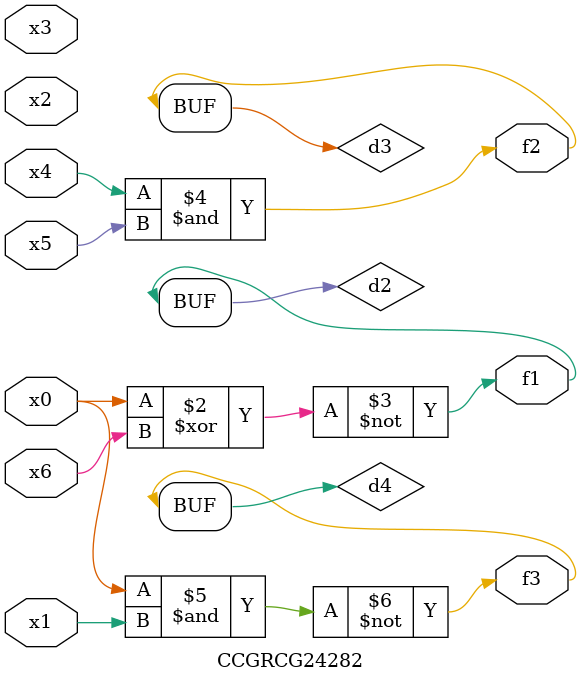
<source format=v>
module CCGRCG24282(
	input x0, x1, x2, x3, x4, x5, x6,
	output f1, f2, f3
);

	wire d1, d2, d3, d4;

	nor (d1, x0);
	xnor (d2, x0, x6);
	and (d3, x4, x5);
	nand (d4, x0, x1);
	assign f1 = d2;
	assign f2 = d3;
	assign f3 = d4;
endmodule

</source>
